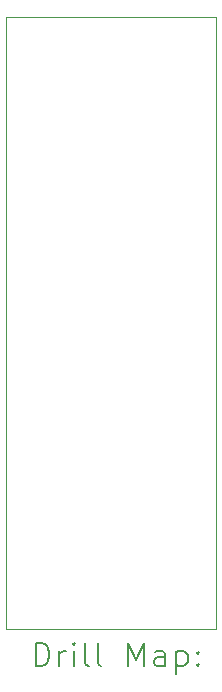
<source format=gbr>
%FSLAX45Y45*%
G04 Gerber Fmt 4.5, Leading zero omitted, Abs format (unit mm)*
G04 Created by KiCad (PCBNEW (6.0.0)) date 2023-01-29 20:36:42*
%MOMM*%
%LPD*%
G01*
G04 APERTURE LIST*
%TA.AperFunction,Profile*%
%ADD10C,0.100000*%
%TD*%
%ADD11C,0.200000*%
G04 APERTURE END LIST*
D10*
X13208000Y-10287000D02*
X13208000Y-5105400D01*
X11430000Y-10287000D02*
X11430000Y-5105400D01*
X11430000Y-5105400D02*
X13208000Y-5105400D01*
X13182600Y-10287000D02*
X11430000Y-10287000D01*
X13182600Y-10287000D02*
X13208000Y-10287000D01*
D11*
X11682619Y-10602476D02*
X11682619Y-10402476D01*
X11730238Y-10402476D01*
X11758809Y-10412000D01*
X11777857Y-10431048D01*
X11787381Y-10450095D01*
X11796905Y-10488190D01*
X11796905Y-10516762D01*
X11787381Y-10554857D01*
X11777857Y-10573905D01*
X11758809Y-10592952D01*
X11730238Y-10602476D01*
X11682619Y-10602476D01*
X11882619Y-10602476D02*
X11882619Y-10469143D01*
X11882619Y-10507238D02*
X11892143Y-10488190D01*
X11901667Y-10478667D01*
X11920714Y-10469143D01*
X11939762Y-10469143D01*
X12006428Y-10602476D02*
X12006428Y-10469143D01*
X12006428Y-10402476D02*
X11996905Y-10412000D01*
X12006428Y-10421524D01*
X12015952Y-10412000D01*
X12006428Y-10402476D01*
X12006428Y-10421524D01*
X12130238Y-10602476D02*
X12111190Y-10592952D01*
X12101667Y-10573905D01*
X12101667Y-10402476D01*
X12235000Y-10602476D02*
X12215952Y-10592952D01*
X12206428Y-10573905D01*
X12206428Y-10402476D01*
X12463571Y-10602476D02*
X12463571Y-10402476D01*
X12530238Y-10545333D01*
X12596905Y-10402476D01*
X12596905Y-10602476D01*
X12777857Y-10602476D02*
X12777857Y-10497714D01*
X12768333Y-10478667D01*
X12749286Y-10469143D01*
X12711190Y-10469143D01*
X12692143Y-10478667D01*
X12777857Y-10592952D02*
X12758809Y-10602476D01*
X12711190Y-10602476D01*
X12692143Y-10592952D01*
X12682619Y-10573905D01*
X12682619Y-10554857D01*
X12692143Y-10535810D01*
X12711190Y-10526286D01*
X12758809Y-10526286D01*
X12777857Y-10516762D01*
X12873095Y-10469143D02*
X12873095Y-10669143D01*
X12873095Y-10478667D02*
X12892143Y-10469143D01*
X12930238Y-10469143D01*
X12949286Y-10478667D01*
X12958809Y-10488190D01*
X12968333Y-10507238D01*
X12968333Y-10564381D01*
X12958809Y-10583429D01*
X12949286Y-10592952D01*
X12930238Y-10602476D01*
X12892143Y-10602476D01*
X12873095Y-10592952D01*
X13054048Y-10583429D02*
X13063571Y-10592952D01*
X13054048Y-10602476D01*
X13044524Y-10592952D01*
X13054048Y-10583429D01*
X13054048Y-10602476D01*
X13054048Y-10478667D02*
X13063571Y-10488190D01*
X13054048Y-10497714D01*
X13044524Y-10488190D01*
X13054048Y-10478667D01*
X13054048Y-10497714D01*
M02*

</source>
